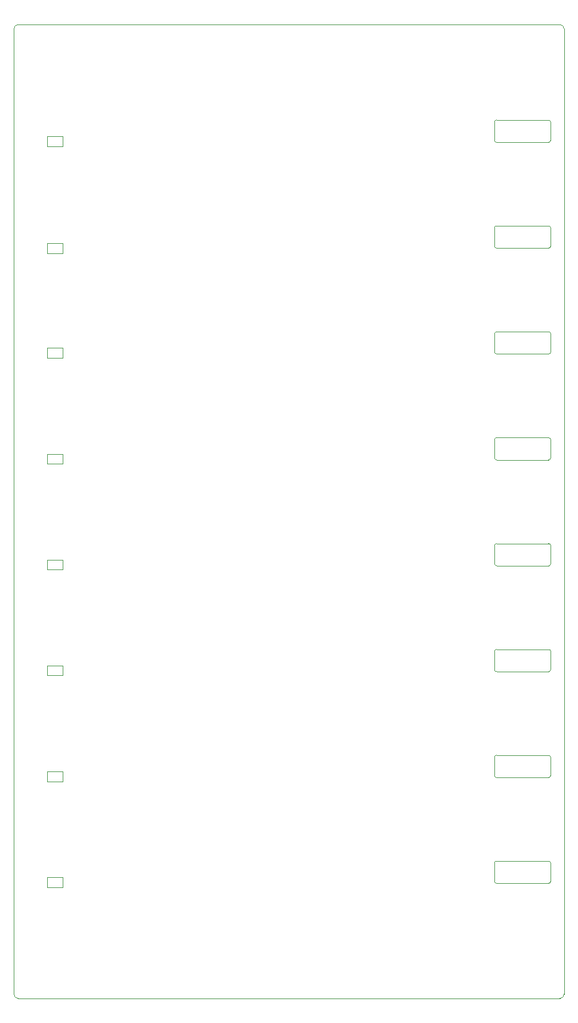
<source format=gm1>
G04 #@! TF.GenerationSoftware,KiCad,Pcbnew,(6.0.5)*
G04 #@! TF.CreationDate,2022-05-10T11:54:52-04:00*
G04 #@! TF.ProjectId,backplane,6261636b-706c-4616-9e65-2e6b69636164,A1*
G04 #@! TF.SameCoordinates,Original*
G04 #@! TF.FileFunction,Profile,NP*
%FSLAX46Y46*%
G04 Gerber Fmt 4.6, Leading zero omitted, Abs format (unit mm)*
G04 Created by KiCad (PCBNEW (6.0.5)) date 2022-05-10 11:54:52*
%MOMM*%
%LPD*%
G01*
G04 APERTURE LIST*
G04 #@! TA.AperFunction,Profile*
%ADD10C,0.050000*%
G04 #@! TD*
G04 #@! TA.AperFunction,Profile*
%ADD11C,0.060000*%
G04 #@! TD*
G04 APERTURE END LIST*
D10*
X136000000Y-175300000D02*
X136000000Y-38500000D01*
X135400000Y-175900000D02*
G75*
G03*
X136000000Y-175300000I0J600000D01*
G01*
X135400000Y-37900000D02*
X58600000Y-37900000D01*
X58600000Y-37900000D02*
G75*
G03*
X58000000Y-38500000I0J-600000D01*
G01*
X136000000Y-38500000D02*
G75*
G03*
X135400000Y-37900000I-600000J0D01*
G01*
X126433000Y-159583000D02*
X133817000Y-159583000D01*
X133817000Y-159583000D02*
G75*
G03*
X134113000Y-159287000I0J296000D01*
G01*
X134113000Y-159287000D02*
X134113000Y-156733000D01*
X134113000Y-156733000D02*
G75*
G03*
X133817000Y-156437000I-296000J0D01*
G01*
X126433000Y-156437000D02*
G75*
G03*
X126137000Y-156733000I0J-296000D01*
G01*
X126433000Y-156437000D02*
X133817000Y-156437000D01*
X126137000Y-54287000D02*
X126137000Y-51733000D01*
X126137000Y-54287000D02*
G75*
G03*
X126433000Y-54583000I296000J0D01*
G01*
X126433000Y-54583000D02*
X133817000Y-54583000D01*
X133817000Y-54583000D02*
G75*
G03*
X134113000Y-54287000I0J296000D01*
G01*
X126433000Y-51437000D02*
G75*
G03*
X126137000Y-51733000I0J-296000D01*
G01*
X126433000Y-51437000D02*
X133817000Y-51437000D01*
X134113000Y-51733000D02*
G75*
G03*
X133817000Y-51437000I-296000J0D01*
G01*
X134113000Y-54287000D02*
X134113000Y-51733000D01*
X133817000Y-144583000D02*
G75*
G03*
X134113000Y-144287000I0J296000D01*
G01*
X126433000Y-144583000D02*
X133817000Y-144583000D01*
X126137000Y-144287000D02*
G75*
G03*
X126433000Y-144583000I296000J0D01*
G01*
X126137000Y-99287000D02*
G75*
G03*
X126433000Y-99583000I296000J0D01*
G01*
X134113000Y-111733000D02*
G75*
G03*
X133817000Y-111437000I-296000J0D01*
G01*
X134113000Y-141733000D02*
G75*
G03*
X133817000Y-141437000I-296000J0D01*
G01*
X126137000Y-114287000D02*
X126137000Y-111733000D01*
X126433000Y-66437000D02*
G75*
G03*
X126137000Y-66733000I0J-296000D01*
G01*
X126433000Y-96437000D02*
X133817000Y-96437000D01*
X126433000Y-81437000D02*
G75*
G03*
X126137000Y-81733000I0J-296000D01*
G01*
X126433000Y-111437000D02*
G75*
G03*
X126137000Y-111733000I0J-296000D01*
G01*
X126433000Y-114583000D02*
X133817000Y-114583000D01*
X126137000Y-129287000D02*
X126137000Y-126733000D01*
X133817000Y-69583000D02*
G75*
G03*
X134113000Y-69287000I0J296000D01*
G01*
X126433000Y-81437000D02*
X133817000Y-81437000D01*
X133817000Y-114583000D02*
G75*
G03*
X134113000Y-114287000I0J296000D01*
G01*
X134113000Y-69287000D02*
X134113000Y-66733000D01*
X126137000Y-69287000D02*
X126137000Y-66733000D01*
X134113000Y-144287000D02*
X134113000Y-141733000D01*
X126137000Y-144287000D02*
X126137000Y-141733000D01*
X126433000Y-66437000D02*
X133817000Y-66437000D01*
X126137000Y-84287000D02*
X126137000Y-81733000D01*
X133817000Y-129583000D02*
G75*
G03*
X134113000Y-129287000I0J296000D01*
G01*
X134113000Y-99287000D02*
X134113000Y-96733000D01*
X126137000Y-114287000D02*
G75*
G03*
X126433000Y-114583000I296000J0D01*
G01*
X134113000Y-126733000D02*
G75*
G03*
X133817000Y-126437000I-296000J0D01*
G01*
X134113000Y-96733000D02*
G75*
G03*
X133817000Y-96437000I-296000J0D01*
G01*
X126137000Y-159287000D02*
G75*
G03*
X126433000Y-159583000I296000J0D01*
G01*
X58000000Y-175300000D02*
X58000000Y-38500000D01*
X58000000Y-175300000D02*
G75*
G03*
X58600000Y-175900000I600000J0D01*
G01*
X126137000Y-84287000D02*
G75*
G03*
X126433000Y-84583000I296000J0D01*
G01*
X58600000Y-175900000D02*
X135400000Y-175900000D01*
X126433000Y-84583000D02*
X133817000Y-84583000D01*
X134113000Y-81733000D02*
G75*
G03*
X133817000Y-81437000I-296000J0D01*
G01*
X126433000Y-126437000D02*
G75*
G03*
X126137000Y-126733000I0J-296000D01*
G01*
X134113000Y-129287000D02*
X134113000Y-126733000D01*
X126433000Y-126437000D02*
X133817000Y-126437000D01*
X134113000Y-114287000D02*
X134113000Y-111733000D01*
X134113000Y-84287000D02*
X134113000Y-81733000D01*
X133817000Y-84583000D02*
G75*
G03*
X134113000Y-84287000I0J296000D01*
G01*
X126137000Y-69287000D02*
G75*
G03*
X126433000Y-69583000I296000J0D01*
G01*
X126433000Y-129583000D02*
X133817000Y-129583000D01*
X126433000Y-99583000D02*
X133817000Y-99583000D01*
X126433000Y-141437000D02*
X133817000Y-141437000D01*
X126137000Y-99287000D02*
X126137000Y-96733000D01*
X126137000Y-129287000D02*
G75*
G03*
X126433000Y-129583000I296000J0D01*
G01*
X134113000Y-66733000D02*
G75*
G03*
X133817000Y-66437000I-296000J0D01*
G01*
X133817000Y-99583000D02*
G75*
G03*
X134113000Y-99287000I0J296000D01*
G01*
X126433000Y-141437000D02*
G75*
G03*
X126137000Y-141733000I0J-296000D01*
G01*
X126433000Y-69583000D02*
X133817000Y-69583000D01*
X126137000Y-159287000D02*
X126137000Y-156733000D01*
X126433000Y-96437000D02*
G75*
G03*
X126137000Y-96733000I0J-296000D01*
G01*
X126433000Y-111437000D02*
X133817000Y-111437000D01*
D11*
X64953000Y-70301000D02*
X64953000Y-68901000D01*
X62753000Y-70301000D02*
X64953000Y-70301000D01*
X62753000Y-68901000D02*
X64953000Y-68901000D01*
X62753000Y-70301000D02*
X62753000Y-68901000D01*
X62753000Y-128740000D02*
X64953000Y-128740000D01*
X62753000Y-130140000D02*
X64953000Y-130140000D01*
X62753000Y-130140000D02*
X62753000Y-128740000D01*
X64953000Y-130140000D02*
X64953000Y-128740000D01*
X62753000Y-85141000D02*
X64953000Y-85141000D01*
X62753000Y-85141000D02*
X62753000Y-83741000D01*
X62753000Y-83741000D02*
X64953000Y-83741000D01*
X64953000Y-85141000D02*
X64953000Y-83741000D01*
X62753000Y-53741000D02*
X64953000Y-53741000D01*
X64953000Y-55141000D02*
X64953000Y-53741000D01*
X62753000Y-55141000D02*
X62753000Y-53741000D01*
X62753000Y-55141000D02*
X64953000Y-55141000D01*
X62753000Y-143740000D02*
X64953000Y-143740000D01*
X64953000Y-145140000D02*
X64953000Y-143740000D01*
X62753000Y-145140000D02*
X62753000Y-143740000D01*
X62753000Y-145140000D02*
X64953000Y-145140000D01*
X64953000Y-100140000D02*
X64953000Y-98740000D01*
X62753000Y-98740000D02*
X64953000Y-98740000D01*
X62753000Y-100140000D02*
X62753000Y-98740000D01*
X62753000Y-100140000D02*
X64953000Y-100140000D01*
X62753000Y-113740000D02*
X64953000Y-113740000D01*
X62753000Y-115140000D02*
X64953000Y-115140000D01*
X64953000Y-115140000D02*
X64953000Y-113740000D01*
X62753000Y-115140000D02*
X62753000Y-113740000D01*
X62753000Y-160140000D02*
X62753000Y-158740000D01*
X62753000Y-158740000D02*
X64953000Y-158740000D01*
X62753000Y-160140000D02*
X64953000Y-160140000D01*
X64953000Y-160140000D02*
X64953000Y-158740000D01*
M02*

</source>
